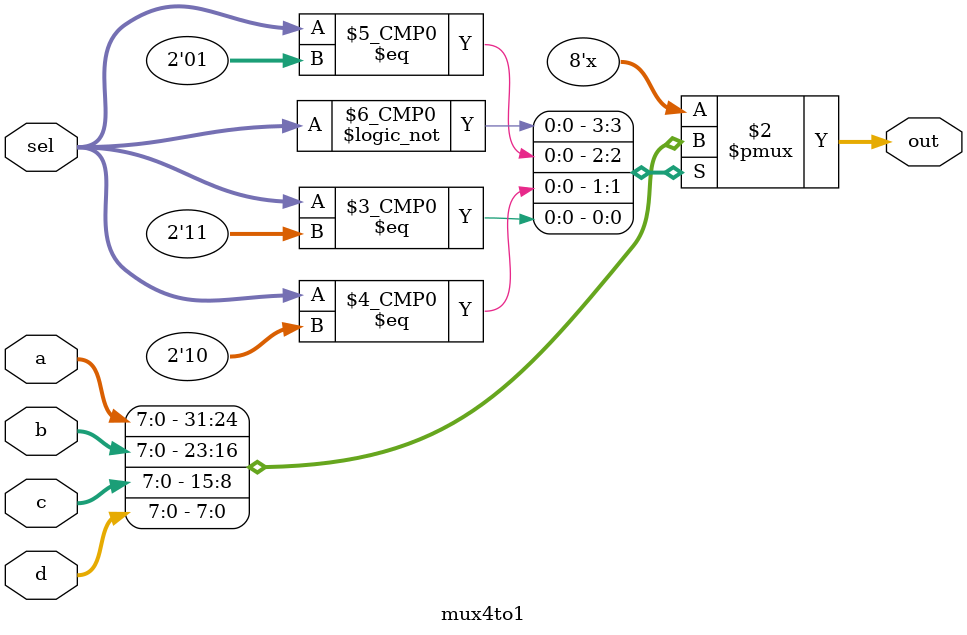
<source format=v>
module mux2to1( a, b, sel, out);
  parameter N=8;
  input [N-1:0]a;
  input [N-1:0] b;
  input sel;       // Inputs
  output reg [N-1:0] out;        // Output as a reg type

  always @(*) begin
    if (sel) 
      out = b;      // Select 'b' if 'sel' is 1
    else 
      out = a;      // Select 'a' if 'sel' is 0
  end
endmodule


module mux4to1 #(parameter N=8) (
    input [N-1:0] a,   // 8-bit input a
    input [N-1:0] b,   // 8-bit input b
    input [N-1:0] c,   // 8-bit input c
    input [N-1:0] d,   // 8-bit input d
    input [1:0] sel,   // 2-bit select signal
    output reg [N-1:0] out  // Output as reg type
);

    always @(*) begin
        case (sel)
            2'b00: out = a;   // When sel = 00, select a
            2'b01: out = b;   // When sel = 01, select b
            2'b10: out = c;   // When sel = 10, select c
            2'b11: out = d;   // When sel = 11, select d
            default: out = d; // Default case (if invalid sel)
        endcase
    end

endmodule





</source>
